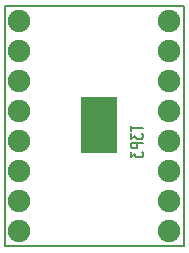
<source format=gbs>
G04 (created by PCBNEW (2013-07-07 BZR 4022)-stable) date 19-01-2014 11:17:58 PM*
%MOIN*%
G04 Gerber Fmt 3.4, Leading zero omitted, Abs format*
%FSLAX34Y34*%
G01*
G70*
G90*
G04 APERTURE LIST*
%ADD10C,0.00590551*%
%ADD11C,0.007875*%
%ADD12C,0.0079*%
%ADD13C,0.005*%
%ADD14R,0.1184X0.1901*%
%ADD15C,0.075*%
G04 APERTURE END LIST*
G54D10*
G54D11*
X4290Y4072D02*
X4290Y3892D01*
X4684Y3982D02*
X4290Y3982D01*
X4290Y3817D02*
X4290Y3622D01*
X4440Y3727D01*
X4440Y3682D01*
X4459Y3652D01*
X4478Y3637D01*
X4515Y3622D01*
X4609Y3622D01*
X4646Y3637D01*
X4665Y3652D01*
X4684Y3682D01*
X4684Y3772D01*
X4665Y3802D01*
X4646Y3817D01*
X4684Y3487D02*
X4290Y3487D01*
X4290Y3367D01*
X4309Y3337D01*
X4328Y3322D01*
X4365Y3307D01*
X4421Y3307D01*
X4459Y3322D01*
X4478Y3337D01*
X4496Y3367D01*
X4496Y3487D01*
X4290Y3202D02*
X4290Y3007D01*
X4440Y3112D01*
X4440Y3067D01*
X4459Y3037D01*
X4478Y3022D01*
X4515Y3007D01*
X4609Y3007D01*
X4646Y3022D01*
X4665Y3037D01*
X4684Y3067D01*
X4684Y3157D01*
X4665Y3187D01*
X4646Y3202D01*
G54D12*
G54D13*
X100Y50D02*
X100Y8050D01*
X6050Y50D02*
X100Y50D01*
X6050Y8050D02*
X6050Y50D01*
X100Y8050D02*
X6050Y8050D01*
G54D14*
X3225Y4075D03*
G54D15*
X5550Y550D03*
X5550Y1550D03*
X5550Y2550D03*
X5550Y3550D03*
X5550Y4550D03*
X5550Y5550D03*
X5550Y6550D03*
X5550Y7550D03*
X550Y550D03*
X550Y1550D03*
X550Y2550D03*
X550Y3550D03*
X550Y4550D03*
X550Y5550D03*
X550Y6550D03*
X550Y7550D03*
M02*

</source>
